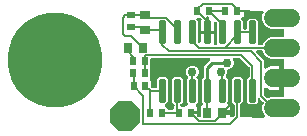
<source format=gbr>
G04 EAGLE Gerber RS-274X export*
G75*
%MOMM*%
%FSLAX34Y34*%
%LPD*%
%INTop Copper*%
%IPPOS*%
%AMOC8*
5,1,8,0,0,1.08239X$1,22.5*%
G01*
%ADD10C,0.300000*%
%ADD11R,0.600000X0.700000*%
%ADD12R,0.700000X0.600000*%
%ADD13R,0.700000X0.900000*%
%ADD14R,0.900000X0.700000*%
%ADD15C,1.524000*%
%ADD16P,2.763017X8X112.500000*%
%ADD17C,8.000000*%
%ADD18C,0.152400*%
%ADD19C,0.756400*%
%ADD20C,0.254000*%

G36*
X260370Y206874D02*
X260370Y206874D01*
X260493Y206882D01*
X260528Y206893D01*
X260564Y206897D01*
X260679Y206942D01*
X260795Y206980D01*
X260826Y206999D01*
X260861Y207013D01*
X260960Y207084D01*
X261064Y207150D01*
X261089Y207177D01*
X261119Y207198D01*
X261198Y207292D01*
X261282Y207382D01*
X261300Y207414D01*
X261323Y207442D01*
X261376Y207553D01*
X261436Y207660D01*
X261445Y207696D01*
X261461Y207729D01*
X261484Y207849D01*
X261515Y207968D01*
X261518Y208022D01*
X261522Y208041D01*
X261521Y208062D01*
X261525Y208129D01*
X261525Y215952D01*
X262699Y217125D01*
X262752Y217161D01*
X262766Y217177D01*
X262782Y217188D01*
X262871Y217296D01*
X262963Y217400D01*
X262972Y217418D01*
X262985Y217433D01*
X263044Y217559D01*
X263107Y217683D01*
X263112Y217703D01*
X263120Y217721D01*
X263146Y217858D01*
X263177Y217993D01*
X263176Y218014D01*
X263180Y218033D01*
X263172Y218172D01*
X263167Y218311D01*
X263162Y218331D01*
X263160Y218351D01*
X263118Y218483D01*
X263079Y218617D01*
X263069Y218634D01*
X263062Y218653D01*
X262988Y218771D01*
X262917Y218891D01*
X262899Y218912D01*
X262892Y218922D01*
X262877Y218936D01*
X262811Y219011D01*
X262175Y219647D01*
X262175Y238853D01*
X263534Y240211D01*
X263594Y240289D01*
X263662Y240362D01*
X263691Y240415D01*
X263728Y240462D01*
X263768Y240553D01*
X263816Y240640D01*
X263831Y240699D01*
X263855Y240754D01*
X263870Y240852D01*
X263895Y240948D01*
X263901Y241048D01*
X263905Y241068D01*
X263903Y241081D01*
X263905Y241109D01*
X263905Y250078D01*
X268962Y255135D01*
X269047Y255244D01*
X269136Y255351D01*
X269145Y255370D01*
X269157Y255386D01*
X269213Y255514D01*
X269272Y255639D01*
X269275Y255659D01*
X269283Y255678D01*
X269305Y255816D01*
X269331Y255952D01*
X269330Y255972D01*
X269333Y255992D01*
X269320Y256131D01*
X269312Y256269D01*
X269305Y256288D01*
X269304Y256308D01*
X269256Y256440D01*
X269214Y256571D01*
X269203Y256589D01*
X269196Y256608D01*
X269118Y256723D01*
X269043Y256840D01*
X269029Y256854D01*
X269017Y256871D01*
X268913Y256963D01*
X268812Y257058D01*
X268794Y257068D01*
X268779Y257081D01*
X268655Y257145D01*
X268533Y257212D01*
X268514Y257217D01*
X268496Y257226D01*
X268360Y257256D01*
X268225Y257291D01*
X268197Y257293D01*
X268185Y257296D01*
X268165Y257295D01*
X268065Y257301D01*
X219836Y257301D01*
X219718Y257286D01*
X219599Y257279D01*
X219561Y257266D01*
X219520Y257261D01*
X219410Y257218D01*
X219297Y257181D01*
X219262Y257159D01*
X219225Y257144D01*
X219129Y257075D01*
X219028Y257011D01*
X219000Y256981D01*
X218967Y256958D01*
X218891Y256866D01*
X218810Y256779D01*
X218790Y256744D01*
X218765Y256713D01*
X218714Y256605D01*
X218656Y256501D01*
X218646Y256461D01*
X218629Y256425D01*
X218607Y256308D01*
X218577Y256193D01*
X218573Y256133D01*
X218569Y256113D01*
X218571Y256092D01*
X218567Y256032D01*
X218567Y250376D01*
X218389Y250199D01*
X218316Y250104D01*
X218237Y250015D01*
X218219Y249979D01*
X218194Y249947D01*
X218147Y249838D01*
X218092Y249732D01*
X218084Y249693D01*
X218068Y249655D01*
X218049Y249538D01*
X218023Y249422D01*
X218024Y249381D01*
X218018Y249341D01*
X218029Y249223D01*
X218032Y249104D01*
X218044Y249065D01*
X218047Y249025D01*
X218088Y248913D01*
X218121Y248798D01*
X218141Y248763D01*
X218155Y248725D01*
X218222Y248627D01*
X218282Y248524D01*
X218322Y248479D01*
X218334Y248462D01*
X218349Y248449D01*
X218389Y248404D01*
X218567Y248226D01*
X218567Y239962D01*
X218389Y239784D01*
X218316Y239690D01*
X218237Y239601D01*
X218219Y239565D01*
X218194Y239533D01*
X218146Y239424D01*
X218092Y239318D01*
X218084Y239279D01*
X218068Y239241D01*
X218049Y239124D01*
X218023Y239008D01*
X218024Y238967D01*
X218018Y238927D01*
X218029Y238809D01*
X218032Y238690D01*
X218044Y238651D01*
X218047Y238611D01*
X218088Y238499D01*
X218121Y238384D01*
X218141Y238349D01*
X218155Y238311D01*
X218222Y238213D01*
X218282Y238110D01*
X218322Y238065D01*
X218334Y238048D01*
X218349Y238035D01*
X218389Y237989D01*
X218821Y237558D01*
X218821Y232806D01*
X218836Y232688D01*
X218843Y232569D01*
X218856Y232531D01*
X218861Y232490D01*
X218904Y232380D01*
X218941Y232267D01*
X218963Y232232D01*
X218978Y232195D01*
X219047Y232099D01*
X219111Y231998D01*
X219141Y231970D01*
X219164Y231937D01*
X219256Y231861D01*
X219343Y231780D01*
X219378Y231760D01*
X219409Y231735D01*
X219517Y231684D01*
X219621Y231626D01*
X219661Y231616D01*
X219697Y231599D01*
X219814Y231577D01*
X219929Y231547D01*
X219989Y231543D01*
X220009Y231539D01*
X220030Y231541D01*
X220090Y231537D01*
X222806Y231537D01*
X222924Y231552D01*
X223043Y231559D01*
X223081Y231572D01*
X223122Y231577D01*
X223232Y231620D01*
X223345Y231657D01*
X223380Y231679D01*
X223417Y231694D01*
X223513Y231763D01*
X223614Y231827D01*
X223642Y231857D01*
X223675Y231880D01*
X223751Y231972D01*
X223832Y232059D01*
X223852Y232094D01*
X223877Y232125D01*
X223928Y232233D01*
X223986Y232337D01*
X223996Y232377D01*
X224013Y232413D01*
X224035Y232530D01*
X224065Y232645D01*
X224069Y232705D01*
X224073Y232725D01*
X224071Y232746D01*
X224075Y232806D01*
X224075Y238853D01*
X225847Y240625D01*
X231353Y240625D01*
X233125Y238853D01*
X233125Y219647D01*
X231235Y217757D01*
X231150Y217648D01*
X231061Y217541D01*
X231053Y217522D01*
X231040Y217506D01*
X230985Y217378D01*
X230926Y217253D01*
X230922Y217233D01*
X230914Y217214D01*
X230892Y217076D01*
X230866Y216940D01*
X230867Y216920D01*
X230864Y216900D01*
X230877Y216761D01*
X230886Y216623D01*
X230892Y216604D01*
X230894Y216584D01*
X230941Y216452D01*
X230984Y216321D01*
X230994Y216303D01*
X231001Y216284D01*
X231080Y216169D01*
X231154Y216052D01*
X231169Y216038D01*
X231180Y216021D01*
X231284Y215929D01*
X231385Y215834D01*
X231403Y215824D01*
X231418Y215811D01*
X231542Y215747D01*
X231664Y215680D01*
X231684Y215675D01*
X231702Y215666D01*
X231837Y215636D01*
X231858Y215630D01*
X232791Y214698D01*
X232791Y214376D01*
X232806Y214258D01*
X232813Y214139D01*
X232826Y214101D01*
X232831Y214060D01*
X232874Y213950D01*
X232911Y213837D01*
X232933Y213802D01*
X232948Y213765D01*
X233017Y213669D01*
X233081Y213568D01*
X233111Y213540D01*
X233134Y213507D01*
X233226Y213431D01*
X233313Y213350D01*
X233348Y213330D01*
X233379Y213305D01*
X233487Y213254D01*
X233591Y213196D01*
X233631Y213186D01*
X233667Y213169D01*
X233784Y213147D01*
X233899Y213117D01*
X233959Y213113D01*
X233979Y213109D01*
X234000Y213111D01*
X234060Y213107D01*
X236856Y213107D01*
X236974Y213122D01*
X237093Y213129D01*
X237131Y213142D01*
X237172Y213147D01*
X237282Y213190D01*
X237395Y213227D01*
X237430Y213249D01*
X237467Y213264D01*
X237563Y213333D01*
X237664Y213397D01*
X237692Y213427D01*
X237725Y213450D01*
X237801Y213542D01*
X237882Y213629D01*
X237902Y213664D01*
X237927Y213695D01*
X237978Y213803D01*
X238036Y213907D01*
X238046Y213947D01*
X238063Y213983D01*
X238085Y214100D01*
X238115Y214215D01*
X238119Y214275D01*
X238123Y214295D01*
X238121Y214316D01*
X238125Y214376D01*
X238125Y214952D01*
X238642Y215468D01*
X238702Y215546D01*
X238770Y215618D01*
X238799Y215671D01*
X238836Y215719D01*
X238876Y215810D01*
X238924Y215897D01*
X238939Y215955D01*
X238963Y216011D01*
X238978Y216109D01*
X239003Y216205D01*
X239009Y216305D01*
X239013Y216325D01*
X239011Y216337D01*
X239013Y216365D01*
X239013Y216883D01*
X239001Y216982D01*
X238998Y217081D01*
X238981Y217139D01*
X238973Y217199D01*
X238937Y217291D01*
X238909Y217386D01*
X238879Y217438D01*
X238856Y217495D01*
X238798Y217575D01*
X238748Y217660D01*
X238682Y217735D01*
X238670Y217752D01*
X238660Y217760D01*
X238642Y217781D01*
X236775Y219647D01*
X236775Y238853D01*
X238547Y240625D01*
X244053Y240625D01*
X245825Y238853D01*
X245825Y219647D01*
X244189Y218011D01*
X244103Y217901D01*
X244015Y217795D01*
X244007Y217776D01*
X243994Y217760D01*
X243939Y217632D01*
X243880Y217507D01*
X243876Y217487D01*
X243868Y217468D01*
X243846Y217330D01*
X243820Y217194D01*
X243821Y217174D01*
X243818Y217154D01*
X243831Y217014D01*
X243840Y216877D01*
X243846Y216858D01*
X243848Y216838D01*
X243895Y216706D01*
X243938Y216575D01*
X243948Y216557D01*
X243955Y216538D01*
X244033Y216423D01*
X244108Y216306D01*
X244123Y216292D01*
X244134Y216275D01*
X244238Y216183D01*
X244339Y216088D01*
X244357Y216078D01*
X244372Y216065D01*
X244496Y216001D01*
X244618Y215934D01*
X244638Y215929D01*
X244656Y215920D01*
X244791Y215890D01*
X244926Y215855D01*
X244954Y215853D01*
X244966Y215850D01*
X244986Y215851D01*
X245087Y215845D01*
X246405Y215845D01*
X246501Y215796D01*
X246540Y215787D01*
X246577Y215771D01*
X246695Y215752D01*
X246811Y215726D01*
X246851Y215727D01*
X246891Y215721D01*
X247010Y215732D01*
X247129Y215736D01*
X247168Y215747D01*
X247208Y215751D01*
X247320Y215791D01*
X247434Y215824D01*
X247469Y215845D01*
X247507Y215858D01*
X247606Y215925D01*
X247708Y215986D01*
X247753Y216026D01*
X247770Y216037D01*
X247784Y216052D01*
X247829Y216092D01*
X248090Y216353D01*
X248669Y216688D01*
X249405Y216885D01*
X249474Y216891D01*
X249493Y216898D01*
X249513Y216901D01*
X249642Y216952D01*
X249773Y216999D01*
X249790Y217010D01*
X249809Y217018D01*
X249921Y217099D01*
X250036Y217177D01*
X250050Y217193D01*
X250066Y217204D01*
X250155Y217312D01*
X250247Y217416D01*
X250256Y217434D01*
X250269Y217449D01*
X250328Y217575D01*
X250391Y217699D01*
X250396Y217719D01*
X250404Y217737D01*
X250430Y217874D01*
X250461Y218009D01*
X250460Y218030D01*
X250464Y218049D01*
X250455Y218188D01*
X250451Y218327D01*
X250446Y218347D01*
X250444Y218367D01*
X250402Y218499D01*
X250363Y218633D01*
X250353Y218650D01*
X250346Y218669D01*
X250272Y218787D01*
X250201Y218907D01*
X250183Y218928D01*
X250176Y218938D01*
X250161Y218952D01*
X250095Y219027D01*
X249475Y219647D01*
X249475Y238853D01*
X250216Y239594D01*
X250289Y239688D01*
X250368Y239777D01*
X250386Y239813D01*
X250411Y239845D01*
X250458Y239954D01*
X250513Y240060D01*
X250521Y240100D01*
X250538Y240137D01*
X250556Y240255D01*
X250582Y240371D01*
X250581Y240411D01*
X250587Y240451D01*
X250576Y240570D01*
X250573Y240689D01*
X250561Y240727D01*
X250558Y240768D01*
X250517Y240880D01*
X250484Y240994D01*
X250464Y241029D01*
X250450Y241067D01*
X250383Y241165D01*
X250323Y241268D01*
X250283Y241313D01*
X250271Y241330D01*
X250256Y241344D01*
X250216Y241389D01*
X249501Y242104D01*
X248693Y244054D01*
X248693Y246166D01*
X249501Y248116D01*
X250994Y249609D01*
X252944Y250417D01*
X255056Y250417D01*
X257006Y249609D01*
X258499Y248116D01*
X259307Y246166D01*
X259307Y244054D01*
X258499Y242104D01*
X257784Y241389D01*
X257711Y241295D01*
X257632Y241206D01*
X257614Y241170D01*
X257589Y241138D01*
X257541Y241028D01*
X257487Y240922D01*
X257479Y240883D01*
X257462Y240846D01*
X257444Y240728D01*
X257418Y240612D01*
X257419Y240572D01*
X257413Y240532D01*
X257424Y240413D01*
X257427Y240294D01*
X257439Y240255D01*
X257442Y240215D01*
X257483Y240103D01*
X257516Y239989D01*
X257536Y239954D01*
X257550Y239916D01*
X257617Y239817D01*
X257677Y239715D01*
X257717Y239669D01*
X257729Y239653D01*
X257744Y239639D01*
X257784Y239594D01*
X258525Y238853D01*
X258525Y219647D01*
X257118Y218240D01*
X257045Y218146D01*
X256966Y218057D01*
X256948Y218021D01*
X256923Y217989D01*
X256876Y217880D01*
X256822Y217774D01*
X256813Y217734D01*
X256797Y217697D01*
X256778Y217579D01*
X256752Y217463D01*
X256753Y217423D01*
X256747Y217383D01*
X256758Y217264D01*
X256762Y217146D01*
X256773Y217107D01*
X256777Y217066D01*
X256817Y216954D01*
X256850Y216840D01*
X256870Y216805D01*
X256884Y216767D01*
X256951Y216669D01*
X257011Y216566D01*
X257051Y216521D01*
X257063Y216504D01*
X257078Y216491D01*
X257118Y216445D01*
X257683Y215880D01*
X258018Y215301D01*
X258191Y214654D01*
X258191Y212319D01*
X252880Y212319D01*
X252762Y212304D01*
X252643Y212297D01*
X252605Y212284D01*
X252565Y212279D01*
X252454Y212236D01*
X252341Y212199D01*
X252307Y212177D01*
X252269Y212162D01*
X252173Y212093D01*
X252072Y212029D01*
X252044Y211999D01*
X252012Y211976D01*
X251936Y211884D01*
X251854Y211797D01*
X251835Y211762D01*
X251809Y211731D01*
X251758Y211623D01*
X251701Y211519D01*
X251691Y211479D01*
X251673Y211443D01*
X251651Y211326D01*
X251621Y211211D01*
X251617Y211151D01*
X251614Y211131D01*
X251615Y211110D01*
X251611Y211050D01*
X251611Y210590D01*
X251626Y210472D01*
X251633Y210353D01*
X251646Y210315D01*
X251651Y210274D01*
X251695Y210164D01*
X251731Y210051D01*
X251753Y210016D01*
X251768Y209979D01*
X251838Y209882D01*
X251901Y209782D01*
X251931Y209754D01*
X251955Y209721D01*
X252046Y209645D01*
X252133Y209564D01*
X252168Y209544D01*
X252200Y209519D01*
X252307Y209468D01*
X252412Y209410D01*
X252451Y209400D01*
X252487Y209383D01*
X252604Y209361D01*
X252720Y209331D01*
X252780Y209327D01*
X252800Y209323D01*
X252820Y209325D01*
X252880Y209321D01*
X258191Y209321D01*
X258191Y208133D01*
X258205Y208019D01*
X258212Y207904D01*
X258225Y207862D01*
X258231Y207818D01*
X258273Y207711D01*
X258308Y207601D01*
X258331Y207563D01*
X258348Y207522D01*
X258415Y207429D01*
X258477Y207331D01*
X258509Y207301D01*
X258534Y207265D01*
X258623Y207191D01*
X258707Y207112D01*
X258745Y207090D01*
X258779Y207062D01*
X258884Y207013D01*
X258984Y206957D01*
X259027Y206945D01*
X259067Y206926D01*
X259180Y206905D01*
X259292Y206875D01*
X259359Y206871D01*
X259379Y206867D01*
X259399Y206868D01*
X259453Y206864D01*
X260249Y206859D01*
X260370Y206874D01*
G37*
G36*
X314805Y206559D02*
X314805Y206559D01*
X314948Y206572D01*
X314963Y206578D01*
X314980Y206580D01*
X315113Y206631D01*
X315247Y206680D01*
X315261Y206689D01*
X315276Y206695D01*
X315392Y206778D01*
X315510Y206858D01*
X315521Y206871D01*
X315535Y206880D01*
X315626Y206990D01*
X315721Y207097D01*
X315728Y207112D01*
X315739Y207124D01*
X315800Y207253D01*
X315865Y207380D01*
X315869Y207396D01*
X315876Y207411D01*
X315904Y207551D01*
X315935Y207690D01*
X315934Y207707D01*
X315938Y207723D01*
X315930Y207865D01*
X315925Y208008D01*
X315921Y208024D01*
X315920Y208041D01*
X315877Y208176D01*
X315837Y208314D01*
X315828Y208328D01*
X315824Y208344D01*
X315748Y208464D01*
X315675Y208588D01*
X315660Y208605D01*
X315655Y208613D01*
X315641Y208626D01*
X315569Y208708D01*
X314827Y209450D01*
X313435Y212811D01*
X313435Y216449D01*
X314309Y218559D01*
X314317Y218587D01*
X314330Y218614D01*
X314359Y218740D01*
X314393Y218866D01*
X314394Y218895D01*
X314400Y218924D01*
X314396Y219054D01*
X314398Y219184D01*
X314391Y219212D01*
X314390Y219242D01*
X314354Y219366D01*
X314324Y219493D01*
X314310Y219519D01*
X314302Y219547D01*
X314236Y219659D01*
X314175Y219774D01*
X314155Y219796D01*
X314140Y219821D01*
X314034Y219942D01*
X311491Y222485D01*
X311382Y222570D01*
X311275Y222658D01*
X311256Y222667D01*
X311240Y222680D01*
X311112Y222735D01*
X310987Y222794D01*
X310967Y222798D01*
X310948Y222806D01*
X310810Y222828D01*
X310674Y222854D01*
X310654Y222853D01*
X310634Y222856D01*
X310495Y222843D01*
X310357Y222834D01*
X310338Y222828D01*
X310318Y222826D01*
X310186Y222779D01*
X310055Y222736D01*
X310037Y222725D01*
X310018Y222718D01*
X309903Y222640D01*
X309786Y222566D01*
X309772Y222551D01*
X309755Y222540D01*
X309663Y222435D01*
X309568Y222334D01*
X309558Y222317D01*
X309545Y222301D01*
X309481Y222177D01*
X309414Y222056D01*
X309409Y222036D01*
X309400Y222018D01*
X309370Y221882D01*
X309335Y221748D01*
X309333Y221720D01*
X309330Y221708D01*
X309331Y221687D01*
X309325Y221587D01*
X309325Y219647D01*
X307553Y217875D01*
X302047Y217875D01*
X300275Y219647D01*
X300275Y238853D01*
X302142Y240719D01*
X302202Y240797D01*
X302270Y240869D01*
X302299Y240922D01*
X302336Y240970D01*
X302376Y241061D01*
X302424Y241148D01*
X302439Y241207D01*
X302463Y241262D01*
X302478Y241360D01*
X302503Y241456D01*
X302509Y241556D01*
X302513Y241576D01*
X302511Y241589D01*
X302513Y241617D01*
X302513Y248717D01*
X302501Y248815D01*
X302498Y248914D01*
X302481Y248972D01*
X302473Y249033D01*
X302437Y249125D01*
X302409Y249220D01*
X302379Y249272D01*
X302356Y249328D01*
X302298Y249408D01*
X302248Y249494D01*
X302182Y249569D01*
X302170Y249586D01*
X302160Y249593D01*
X302142Y249615D01*
X294827Y256930D01*
X294748Y256990D01*
X294676Y257058D01*
X294623Y257087D01*
X294575Y257124D01*
X294484Y257164D01*
X294398Y257212D01*
X294339Y257227D01*
X294283Y257251D01*
X294185Y257266D01*
X294090Y257291D01*
X293990Y257297D01*
X293969Y257301D01*
X293957Y257299D01*
X293929Y257301D01*
X289535Y257301D01*
X289486Y257295D01*
X289436Y257297D01*
X289329Y257275D01*
X289220Y257261D01*
X289173Y257243D01*
X289125Y257233D01*
X289026Y257185D01*
X288924Y257144D01*
X288884Y257115D01*
X288839Y257093D01*
X288756Y257022D01*
X288667Y256958D01*
X288635Y256919D01*
X288597Y256887D01*
X288534Y256797D01*
X288464Y256713D01*
X288443Y256668D01*
X288414Y256627D01*
X288375Y256524D01*
X288328Y256425D01*
X288319Y256376D01*
X288301Y256330D01*
X288289Y256220D01*
X288268Y256113D01*
X288272Y256063D01*
X288266Y256014D01*
X288281Y255905D01*
X288288Y255795D01*
X288304Y255748D01*
X288310Y255699D01*
X288363Y255546D01*
X288998Y254012D01*
X288998Y251900D01*
X288190Y249950D01*
X286698Y248457D01*
X284747Y247649D01*
X284706Y247649D01*
X284588Y247634D01*
X284469Y247627D01*
X284431Y247614D01*
X284390Y247609D01*
X284280Y247566D01*
X284167Y247529D01*
X284132Y247507D01*
X284095Y247492D01*
X283999Y247423D01*
X283898Y247359D01*
X283870Y247329D01*
X283837Y247306D01*
X283761Y247214D01*
X283680Y247127D01*
X283660Y247092D01*
X283635Y247061D01*
X283584Y246953D01*
X283526Y246849D01*
X283516Y246809D01*
X283499Y246773D01*
X283477Y246656D01*
X283447Y246541D01*
X283443Y246481D01*
X283439Y246461D01*
X283441Y246440D01*
X283437Y246380D01*
X283437Y244054D01*
X282629Y242104D01*
X282549Y242024D01*
X282476Y241930D01*
X282397Y241841D01*
X282379Y241805D01*
X282354Y241773D01*
X282306Y241663D01*
X282252Y241557D01*
X282244Y241518D01*
X282227Y241481D01*
X282209Y241363D01*
X282183Y241247D01*
X282184Y241207D01*
X282178Y241167D01*
X282189Y241048D01*
X282192Y240929D01*
X282204Y240890D01*
X282207Y240850D01*
X282248Y240738D01*
X282281Y240624D01*
X282301Y240589D01*
X282315Y240551D01*
X282382Y240452D01*
X282442Y240350D01*
X282482Y240305D01*
X282494Y240288D01*
X282509Y240274D01*
X282549Y240229D01*
X283925Y238853D01*
X283925Y219647D01*
X283891Y219613D01*
X283814Y219514D01*
X283732Y219419D01*
X283717Y219389D01*
X283696Y219362D01*
X283646Y219247D01*
X283590Y219134D01*
X283583Y219101D01*
X283570Y219070D01*
X283550Y218946D01*
X283524Y218823D01*
X283525Y218789D01*
X283520Y218756D01*
X283532Y218631D01*
X283537Y218505D01*
X283546Y218473D01*
X283550Y218439D01*
X283592Y218321D01*
X283628Y218201D01*
X283646Y218172D01*
X283657Y218140D01*
X283728Y218036D01*
X283793Y217928D01*
X283817Y217905D01*
X283836Y217877D01*
X283930Y217794D01*
X284020Y217706D01*
X284060Y217679D01*
X284074Y217667D01*
X284093Y217657D01*
X284154Y217617D01*
X284610Y217353D01*
X285083Y216880D01*
X285418Y216301D01*
X285591Y215654D01*
X285591Y212569D01*
X280030Y212569D01*
X279912Y212554D01*
X279793Y212547D01*
X279755Y212534D01*
X279715Y212529D01*
X279604Y212486D01*
X279491Y212449D01*
X279457Y212427D01*
X279419Y212412D01*
X279323Y212343D01*
X279222Y212279D01*
X279194Y212249D01*
X279162Y212226D01*
X279086Y212134D01*
X279004Y212047D01*
X278985Y212012D01*
X278959Y211981D01*
X278908Y211873D01*
X278851Y211769D01*
X278841Y211729D01*
X278823Y211693D01*
X278801Y211576D01*
X278795Y211574D01*
X278754Y211569D01*
X278644Y211525D01*
X278531Y211489D01*
X278496Y211467D01*
X278459Y211452D01*
X278362Y211382D01*
X278262Y211319D01*
X278234Y211289D01*
X278201Y211265D01*
X278125Y211174D01*
X278044Y211087D01*
X278024Y211052D01*
X277999Y211020D01*
X277948Y210913D01*
X277890Y210808D01*
X277880Y210769D01*
X277863Y210733D01*
X277841Y210616D01*
X277811Y210500D01*
X277807Y210440D01*
X277803Y210420D01*
X277805Y210400D01*
X277801Y210340D01*
X277801Y208019D01*
X277815Y207905D01*
X277822Y207789D01*
X277835Y207747D01*
X277841Y207703D01*
X277883Y207596D01*
X277918Y207486D01*
X277941Y207449D01*
X277958Y207408D01*
X278025Y207314D01*
X278087Y207216D01*
X278118Y207186D01*
X278144Y207150D01*
X278233Y207077D01*
X278317Y206997D01*
X278355Y206976D01*
X278389Y206947D01*
X278494Y206898D01*
X278594Y206842D01*
X278637Y206831D01*
X278677Y206812D01*
X278790Y206790D01*
X278902Y206761D01*
X278969Y206756D01*
X278989Y206752D01*
X279009Y206753D01*
X279063Y206750D01*
X280023Y206744D01*
X280144Y206759D01*
X280267Y206766D01*
X280302Y206778D01*
X280338Y206782D01*
X280453Y206827D01*
X280569Y206864D01*
X280600Y206884D01*
X280635Y206897D01*
X280735Y206969D01*
X280838Y207034D01*
X280863Y207061D01*
X280893Y207083D01*
X280972Y207177D01*
X281056Y207266D01*
X281074Y207298D01*
X281097Y207326D01*
X281150Y207437D01*
X281210Y207545D01*
X281219Y207580D01*
X281235Y207613D01*
X281258Y207734D01*
X281289Y207853D01*
X281292Y207906D01*
X281296Y207925D01*
X281295Y207947D01*
X281299Y208013D01*
X281299Y209071D01*
X285591Y209071D01*
X285591Y207973D01*
X285605Y207859D01*
X285612Y207744D01*
X285625Y207702D01*
X285631Y207658D01*
X285673Y207551D01*
X285708Y207441D01*
X285731Y207403D01*
X285748Y207362D01*
X285815Y207269D01*
X285877Y207171D01*
X285909Y207141D01*
X285934Y207105D01*
X286023Y207031D01*
X286107Y206952D01*
X286145Y206930D01*
X286179Y206902D01*
X286284Y206853D01*
X286384Y206797D01*
X286427Y206785D01*
X286467Y206766D01*
X286580Y206745D01*
X286692Y206715D01*
X286759Y206711D01*
X286779Y206707D01*
X286799Y206708D01*
X286853Y206704D01*
X288020Y206697D01*
X288122Y206710D01*
X288225Y206713D01*
X288280Y206729D01*
X288336Y206735D01*
X288432Y206773D01*
X288530Y206801D01*
X288579Y206830D01*
X288632Y206851D01*
X288716Y206910D01*
X288804Y206963D01*
X288873Y207024D01*
X288891Y207036D01*
X288900Y207047D01*
X288925Y207069D01*
X289442Y207585D01*
X289502Y207664D01*
X289570Y207736D01*
X289599Y207789D01*
X289636Y207837D01*
X289676Y207928D01*
X289724Y208014D01*
X289739Y208073D01*
X289763Y208129D01*
X289778Y208226D01*
X289803Y208322D01*
X289809Y208422D01*
X289813Y208443D01*
X289811Y208455D01*
X289813Y208483D01*
X289813Y216883D01*
X289801Y216982D01*
X289798Y217081D01*
X289781Y217139D01*
X289773Y217199D01*
X289737Y217291D01*
X289709Y217386D01*
X289679Y217438D01*
X289656Y217495D01*
X289598Y217575D01*
X289548Y217660D01*
X289482Y217735D01*
X289470Y217752D01*
X289460Y217760D01*
X289442Y217781D01*
X287575Y219647D01*
X287575Y238853D01*
X289347Y240625D01*
X294853Y240625D01*
X296625Y238853D01*
X296625Y219647D01*
X294758Y217781D01*
X294698Y217703D01*
X294630Y217630D01*
X294601Y217577D01*
X294564Y217530D01*
X294524Y217439D01*
X294476Y217352D01*
X294461Y217293D01*
X294437Y217238D01*
X294422Y217140D01*
X294397Y217044D01*
X294391Y216944D01*
X294387Y216924D01*
X294389Y216911D01*
X294387Y216883D01*
X294387Y207922D01*
X294401Y207808D01*
X294408Y207692D01*
X294421Y207650D01*
X294427Y207606D01*
X294469Y207499D01*
X294504Y207389D01*
X294527Y207352D01*
X294544Y207311D01*
X294611Y207217D01*
X294673Y207120D01*
X294704Y207089D01*
X294730Y207053D01*
X294819Y206980D01*
X294903Y206900D01*
X294941Y206879D01*
X294975Y206851D01*
X295080Y206802D01*
X295180Y206745D01*
X295223Y206734D01*
X295263Y206715D01*
X295376Y206693D01*
X295488Y206664D01*
X295555Y206659D01*
X295575Y206655D01*
X295595Y206656D01*
X295649Y206653D01*
X314664Y206542D01*
X314805Y206559D01*
G37*
G36*
X312915Y267974D02*
X312915Y267974D01*
X312945Y267972D01*
X313073Y267994D01*
X313202Y268011D01*
X313229Y268021D01*
X313258Y268026D01*
X313377Y268080D01*
X313497Y268128D01*
X313521Y268145D01*
X313548Y268157D01*
X313650Y268238D01*
X313755Y268314D01*
X313774Y268337D01*
X313797Y268356D01*
X313875Y268459D01*
X313958Y268559D01*
X313970Y268586D01*
X313988Y268610D01*
X314059Y268754D01*
X314827Y270610D01*
X317400Y273183D01*
X320761Y274575D01*
X330708Y274575D01*
X330826Y274590D01*
X330945Y274597D01*
X330983Y274610D01*
X331024Y274615D01*
X331134Y274658D01*
X331247Y274695D01*
X331282Y274717D01*
X331319Y274732D01*
X331415Y274801D01*
X331516Y274865D01*
X331544Y274895D01*
X331577Y274918D01*
X331653Y275010D01*
X331734Y275097D01*
X331754Y275132D01*
X331779Y275163D01*
X331830Y275271D01*
X331888Y275375D01*
X331898Y275415D01*
X331915Y275451D01*
X331937Y275568D01*
X331967Y275683D01*
X331971Y275743D01*
X331975Y275763D01*
X331973Y275784D01*
X331977Y275844D01*
X331977Y280416D01*
X331962Y280534D01*
X331955Y280653D01*
X331942Y280691D01*
X331937Y280732D01*
X331894Y280842D01*
X331857Y280955D01*
X331835Y280990D01*
X331820Y281027D01*
X331751Y281123D01*
X331687Y281224D01*
X331657Y281252D01*
X331634Y281285D01*
X331542Y281361D01*
X331455Y281442D01*
X331420Y281462D01*
X331389Y281487D01*
X331281Y281538D01*
X331177Y281596D01*
X331137Y281606D01*
X331101Y281623D01*
X330984Y281645D01*
X330869Y281675D01*
X330809Y281679D01*
X330789Y281683D01*
X330768Y281681D01*
X330708Y281685D01*
X320761Y281685D01*
X317400Y283077D01*
X314827Y285650D01*
X313435Y289011D01*
X313435Y292649D01*
X314283Y294695D01*
X314295Y294739D01*
X314315Y294781D01*
X314337Y294892D01*
X314367Y295002D01*
X314367Y295048D01*
X314376Y295093D01*
X314370Y295206D01*
X314372Y295320D01*
X314361Y295364D01*
X314358Y295410D01*
X314324Y295518D01*
X314298Y295629D01*
X314276Y295670D01*
X314262Y295713D01*
X314202Y295810D01*
X314149Y295910D01*
X314118Y295944D01*
X314093Y295983D01*
X314011Y296061D01*
X313935Y296145D01*
X313896Y296171D01*
X313863Y296202D01*
X313764Y296258D01*
X313669Y296320D01*
X313626Y296335D01*
X313586Y296357D01*
X313476Y296386D01*
X313368Y296423D01*
X313323Y296427D01*
X313278Y296439D01*
X313117Y296450D01*
X298837Y296533D01*
X298715Y296518D01*
X298593Y296510D01*
X298558Y296499D01*
X298522Y296495D01*
X298407Y296450D01*
X298291Y296412D01*
X298260Y296393D01*
X298225Y296379D01*
X298126Y296308D01*
X298022Y296242D01*
X297997Y296215D01*
X297967Y296194D01*
X297888Y296100D01*
X297804Y296011D01*
X297786Y295978D01*
X297763Y295950D01*
X297710Y295840D01*
X297650Y295732D01*
X297641Y295696D01*
X297625Y295663D01*
X297602Y295543D01*
X297571Y295424D01*
X297568Y295370D01*
X297564Y295351D01*
X297565Y295330D01*
X297561Y295263D01*
X297561Y293346D01*
X297388Y292699D01*
X297053Y292120D01*
X296580Y291647D01*
X295953Y291285D01*
X295853Y291209D01*
X295748Y291138D01*
X295726Y291113D01*
X295699Y291092D01*
X295621Y290994D01*
X295538Y290900D01*
X295523Y290870D01*
X295502Y290843D01*
X295450Y290728D01*
X295393Y290616D01*
X295386Y290584D01*
X295372Y290553D01*
X295351Y290428D01*
X295324Y290306D01*
X295325Y290272D01*
X295319Y290239D01*
X295330Y290114D01*
X295333Y289988D01*
X295343Y289956D01*
X295346Y289922D01*
X295387Y289803D01*
X295422Y289683D01*
X295439Y289654D01*
X295450Y289622D01*
X295520Y289517D01*
X295583Y289409D01*
X295616Y289372D01*
X295626Y289357D01*
X295642Y289342D01*
X295690Y289288D01*
X296625Y288353D01*
X296625Y282306D01*
X296640Y282188D01*
X296647Y282069D01*
X296660Y282031D01*
X296665Y281990D01*
X296708Y281880D01*
X296745Y281767D01*
X296767Y281732D01*
X296782Y281695D01*
X296851Y281599D01*
X296915Y281498D01*
X296945Y281470D01*
X296968Y281437D01*
X297060Y281361D01*
X297147Y281280D01*
X297182Y281260D01*
X297213Y281235D01*
X297321Y281184D01*
X297425Y281126D01*
X297465Y281116D01*
X297501Y281099D01*
X297618Y281077D01*
X297733Y281047D01*
X297793Y281043D01*
X297813Y281039D01*
X297834Y281041D01*
X297894Y281037D01*
X299006Y281037D01*
X299124Y281052D01*
X299243Y281059D01*
X299281Y281072D01*
X299322Y281077D01*
X299432Y281120D01*
X299545Y281157D01*
X299580Y281179D01*
X299617Y281194D01*
X299713Y281263D01*
X299814Y281327D01*
X299842Y281357D01*
X299875Y281380D01*
X299951Y281472D01*
X300032Y281559D01*
X300052Y281594D01*
X300077Y281625D01*
X300128Y281733D01*
X300186Y281837D01*
X300196Y281877D01*
X300213Y281913D01*
X300235Y282030D01*
X300265Y282145D01*
X300269Y282205D01*
X300273Y282225D01*
X300271Y282246D01*
X300275Y282306D01*
X300275Y288353D01*
X302047Y290125D01*
X307553Y290125D01*
X309325Y288353D01*
X309325Y269240D01*
X309340Y269122D01*
X309347Y269003D01*
X309360Y268965D01*
X309365Y268924D01*
X309408Y268814D01*
X309445Y268701D01*
X309467Y268666D01*
X309482Y268629D01*
X309551Y268533D01*
X309615Y268432D01*
X309645Y268404D01*
X309668Y268371D01*
X309760Y268295D01*
X309847Y268214D01*
X309882Y268194D01*
X309913Y268169D01*
X310021Y268118D01*
X310125Y268060D01*
X310165Y268050D01*
X310201Y268033D01*
X310318Y268011D01*
X310433Y267981D01*
X310493Y267977D01*
X310513Y267973D01*
X310534Y267975D01*
X310594Y267971D01*
X312886Y267971D01*
X312915Y267974D01*
G37*
G36*
X330826Y240046D02*
X330826Y240046D01*
X330945Y240053D01*
X330983Y240066D01*
X331024Y240071D01*
X331134Y240115D01*
X331247Y240151D01*
X331282Y240173D01*
X331319Y240188D01*
X331415Y240258D01*
X331516Y240321D01*
X331544Y240351D01*
X331577Y240375D01*
X331653Y240466D01*
X331734Y240553D01*
X331754Y240588D01*
X331779Y240620D01*
X331830Y240727D01*
X331888Y240832D01*
X331898Y240871D01*
X331915Y240907D01*
X331937Y241024D01*
X331967Y241139D01*
X331971Y241200D01*
X331975Y241220D01*
X331973Y241240D01*
X331977Y241300D01*
X331977Y255016D01*
X331962Y255134D01*
X331955Y255253D01*
X331942Y255291D01*
X331937Y255332D01*
X331894Y255442D01*
X331857Y255555D01*
X331835Y255590D01*
X331820Y255627D01*
X331751Y255723D01*
X331687Y255824D01*
X331657Y255852D01*
X331634Y255885D01*
X331542Y255961D01*
X331455Y256042D01*
X331420Y256062D01*
X331389Y256087D01*
X331281Y256138D01*
X331177Y256196D01*
X331137Y256206D01*
X331101Y256223D01*
X330984Y256245D01*
X330869Y256275D01*
X330809Y256279D01*
X330789Y256283D01*
X330768Y256281D01*
X330708Y256285D01*
X320761Y256285D01*
X317400Y257677D01*
X314827Y260250D01*
X313848Y262614D01*
X313834Y262639D01*
X313825Y262667D01*
X313755Y262777D01*
X313691Y262890D01*
X313670Y262911D01*
X313654Y262936D01*
X313560Y263025D01*
X313470Y263118D01*
X313444Y263134D01*
X313423Y263154D01*
X313309Y263217D01*
X313198Y263285D01*
X313170Y263293D01*
X313144Y263308D01*
X313019Y263340D01*
X312894Y263378D01*
X312865Y263380D01*
X312836Y263387D01*
X312676Y263397D01*
X309321Y263397D01*
X309183Y263380D01*
X309045Y263367D01*
X309025Y263360D01*
X309005Y263357D01*
X308876Y263306D01*
X308745Y263259D01*
X308728Y263248D01*
X308710Y263240D01*
X308597Y263159D01*
X308482Y263081D01*
X308469Y263065D01*
X308452Y263054D01*
X308364Y262946D01*
X308272Y262842D01*
X308262Y262824D01*
X308250Y262809D01*
X308190Y262683D01*
X308127Y262559D01*
X308123Y262539D01*
X308114Y262521D01*
X308088Y262385D01*
X308057Y262249D01*
X308058Y262228D01*
X308054Y262209D01*
X308063Y262070D01*
X308067Y261931D01*
X308073Y261911D01*
X308074Y261891D01*
X308117Y261759D01*
X308155Y261625D01*
X308166Y261608D01*
X308172Y261589D01*
X308247Y261471D01*
X308317Y261351D01*
X308336Y261330D01*
X308342Y261320D01*
X308357Y261306D01*
X308423Y261231D01*
X312995Y256658D01*
X314707Y254947D01*
X314707Y249360D01*
X314712Y249321D01*
X314709Y249281D01*
X314732Y249163D01*
X314747Y249045D01*
X314761Y249008D01*
X314769Y248969D01*
X314820Y248860D01*
X314864Y248749D01*
X314887Y248717D01*
X314904Y248681D01*
X314980Y248588D01*
X315050Y248492D01*
X315081Y248466D01*
X315106Y248435D01*
X315203Y248365D01*
X315295Y248289D01*
X315331Y248272D01*
X315364Y248248D01*
X315475Y248204D01*
X315583Y248153D01*
X315622Y248146D01*
X315659Y248131D01*
X315778Y248116D01*
X315895Y248093D01*
X315935Y248096D01*
X315975Y248091D01*
X316093Y248106D01*
X316213Y248113D01*
X316251Y248125D01*
X316290Y248130D01*
X316402Y248174D01*
X316515Y248211D01*
X316549Y248233D01*
X316586Y248247D01*
X316722Y248333D01*
X317255Y248720D01*
X318680Y249446D01*
X320201Y249941D01*
X321780Y250191D01*
X327661Y250191D01*
X327661Y241300D01*
X327676Y241182D01*
X327683Y241063D01*
X327696Y241025D01*
X327701Y240985D01*
X327744Y240874D01*
X327781Y240761D01*
X327803Y240727D01*
X327818Y240689D01*
X327888Y240593D01*
X327951Y240492D01*
X327981Y240464D01*
X328004Y240432D01*
X328096Y240356D01*
X328183Y240274D01*
X328218Y240255D01*
X328249Y240229D01*
X328357Y240178D01*
X328461Y240121D01*
X328501Y240110D01*
X328537Y240093D01*
X328654Y240071D01*
X328769Y240041D01*
X328830Y240037D01*
X328850Y240033D01*
X328870Y240035D01*
X328930Y240031D01*
X330708Y240031D01*
X330826Y240046D01*
G37*
G36*
X273724Y267986D02*
X273724Y267986D01*
X273843Y267993D01*
X273881Y268006D01*
X273922Y268011D01*
X274032Y268054D01*
X274145Y268091D01*
X274180Y268113D01*
X274217Y268128D01*
X274313Y268197D01*
X274414Y268261D01*
X274442Y268291D01*
X274475Y268314D01*
X274551Y268406D01*
X274632Y268493D01*
X274652Y268528D01*
X274677Y268559D01*
X274728Y268667D01*
X274786Y268771D01*
X274796Y268811D01*
X274813Y268847D01*
X274835Y268964D01*
X274865Y269079D01*
X274869Y269139D01*
X274873Y269159D01*
X274871Y269180D01*
X274875Y269240D01*
X274875Y286435D01*
X274863Y286533D01*
X274860Y286632D01*
X274843Y286690D01*
X274835Y286751D01*
X274799Y286842D01*
X274772Y286938D01*
X274741Y286990D01*
X274718Y287046D01*
X274660Y287126D01*
X274610Y287212D01*
X274544Y287287D01*
X274532Y287304D01*
X274522Y287311D01*
X274504Y287332D01*
X274408Y287428D01*
X274320Y287497D01*
X274284Y287531D01*
X274265Y287541D01*
X274191Y287602D01*
X274172Y287611D01*
X274156Y287623D01*
X274029Y287679D01*
X273903Y287738D01*
X273883Y287742D01*
X273865Y287750D01*
X273727Y287772D01*
X273590Y287798D01*
X273570Y287797D01*
X273550Y287800D01*
X273412Y287787D01*
X273273Y287778D01*
X273254Y287772D01*
X273234Y287770D01*
X273103Y287723D01*
X272971Y287680D01*
X272954Y287669D01*
X272935Y287662D01*
X272819Y287584D01*
X272702Y287510D01*
X272688Y287495D01*
X272671Y287484D01*
X272579Y287380D01*
X272484Y287278D01*
X272474Y287261D01*
X272461Y287245D01*
X272398Y287121D01*
X272330Y287000D01*
X272325Y286980D01*
X272316Y286962D01*
X272286Y286826D01*
X272251Y286692D01*
X272249Y286664D01*
X272247Y286652D01*
X272247Y286632D01*
X272245Y286592D01*
X272243Y286585D01*
X272244Y286578D01*
X272241Y286531D01*
X272241Y280249D01*
X268199Y280249D01*
X268199Y290886D01*
X268184Y291004D01*
X268177Y291123D01*
X268164Y291161D01*
X268159Y291202D01*
X268116Y291312D01*
X268079Y291425D01*
X268057Y291460D01*
X268042Y291497D01*
X267973Y291593D01*
X267909Y291694D01*
X267879Y291722D01*
X267856Y291755D01*
X267764Y291831D01*
X267677Y291912D01*
X267642Y291932D01*
X267611Y291957D01*
X267503Y292008D01*
X267399Y292066D01*
X267359Y292076D01*
X267323Y292093D01*
X267206Y292115D01*
X267091Y292145D01*
X267031Y292149D01*
X267011Y292153D01*
X266990Y292151D01*
X266930Y292155D01*
X266470Y292155D01*
X266352Y292140D01*
X266233Y292133D01*
X266195Y292120D01*
X266154Y292115D01*
X266044Y292072D01*
X265931Y292035D01*
X265896Y292013D01*
X265859Y291998D01*
X265762Y291929D01*
X265662Y291865D01*
X265634Y291835D01*
X265601Y291812D01*
X265525Y291720D01*
X265444Y291633D01*
X265424Y291598D01*
X265399Y291567D01*
X265348Y291459D01*
X265290Y291355D01*
X265280Y291315D01*
X265263Y291279D01*
X265241Y291162D01*
X265211Y291047D01*
X265207Y290987D01*
X265203Y290967D01*
X265205Y290946D01*
X265201Y290886D01*
X265201Y280249D01*
X261159Y280249D01*
X261159Y287632D01*
X261435Y288660D01*
X261767Y289235D01*
X261818Y289358D01*
X261875Y289477D01*
X261880Y289504D01*
X261890Y289529D01*
X261910Y289660D01*
X261935Y289790D01*
X261933Y289816D01*
X261937Y289843D01*
X261923Y289975D01*
X261915Y290107D01*
X261906Y290133D01*
X261904Y290159D01*
X261858Y290283D01*
X261817Y290409D01*
X261802Y290432D01*
X261793Y290458D01*
X261717Y290566D01*
X261647Y290678D01*
X261627Y290697D01*
X261612Y290719D01*
X261511Y290805D01*
X261415Y290896D01*
X261391Y290909D01*
X261371Y290927D01*
X261252Y290986D01*
X261136Y291050D01*
X261110Y291056D01*
X261086Y291068D01*
X260956Y291096D01*
X260829Y291129D01*
X260790Y291131D01*
X260775Y291135D01*
X260753Y291134D01*
X260668Y291139D01*
X258803Y291139D01*
X258665Y291122D01*
X258526Y291109D01*
X258507Y291102D01*
X258487Y291099D01*
X258358Y291048D01*
X258227Y291001D01*
X258210Y290990D01*
X258191Y290982D01*
X258079Y290901D01*
X257964Y290823D01*
X257950Y290807D01*
X257934Y290796D01*
X257845Y290688D01*
X257753Y290584D01*
X257744Y290566D01*
X257731Y290551D01*
X257672Y290425D01*
X257609Y290301D01*
X257604Y290281D01*
X257596Y290263D01*
X257570Y290126D01*
X257539Y289991D01*
X257540Y289970D01*
X257536Y289951D01*
X257545Y289812D01*
X257549Y289673D01*
X257554Y289653D01*
X257556Y289633D01*
X257598Y289501D01*
X257637Y289367D01*
X257647Y289350D01*
X257654Y289331D01*
X257728Y289213D01*
X257799Y289093D01*
X257817Y289072D01*
X257824Y289062D01*
X257839Y289048D01*
X257905Y288973D01*
X258525Y288353D01*
X258525Y271015D01*
X258537Y270917D01*
X258540Y270818D01*
X258557Y270760D01*
X258565Y270699D01*
X258601Y270608D01*
X258628Y270512D01*
X258659Y270460D01*
X258682Y270404D01*
X258740Y270324D01*
X258790Y270238D01*
X258856Y270163D01*
X258868Y270146D01*
X258878Y270139D01*
X258896Y270118D01*
X258992Y270022D01*
X259102Y269936D01*
X259209Y269848D01*
X259228Y269839D01*
X259244Y269827D01*
X259371Y269771D01*
X259497Y269712D01*
X259517Y269708D01*
X259535Y269700D01*
X259673Y269678D01*
X259810Y269652D01*
X259830Y269653D01*
X259850Y269650D01*
X259988Y269663D01*
X260127Y269672D01*
X260146Y269678D01*
X260166Y269680D01*
X260297Y269727D01*
X260429Y269770D01*
X260446Y269781D01*
X260465Y269788D01*
X260581Y269866D01*
X260698Y269940D01*
X260712Y269955D01*
X260729Y269966D01*
X260821Y270070D01*
X260916Y270172D01*
X260926Y270189D01*
X260939Y270205D01*
X261002Y270329D01*
X261070Y270450D01*
X261075Y270470D01*
X261084Y270488D01*
X261114Y270624D01*
X261149Y270758D01*
X261151Y270786D01*
X261153Y270798D01*
X261153Y270818D01*
X261159Y270919D01*
X261159Y277251D01*
X266470Y277251D01*
X266588Y277266D01*
X266707Y277273D01*
X266714Y277275D01*
X266770Y277261D01*
X266830Y277257D01*
X266850Y277253D01*
X266870Y277255D01*
X266930Y277251D01*
X272241Y277251D01*
X272241Y269868D01*
X272160Y269569D01*
X272143Y269444D01*
X272120Y269320D01*
X272122Y269287D01*
X272117Y269253D01*
X272132Y269128D01*
X272140Y269003D01*
X272150Y268971D01*
X272154Y268938D01*
X272199Y268820D01*
X272238Y268701D01*
X272256Y268672D01*
X272268Y268641D01*
X272340Y268538D01*
X272408Y268432D01*
X272432Y268409D01*
X272452Y268381D01*
X272548Y268300D01*
X272639Y268214D01*
X272669Y268198D01*
X272695Y268176D01*
X272808Y268121D01*
X272918Y268060D01*
X272950Y268052D01*
X272981Y268037D01*
X273104Y268012D01*
X273226Y267981D01*
X273274Y267978D01*
X273292Y267974D01*
X273314Y267975D01*
X273386Y267971D01*
X273606Y267971D01*
X273724Y267986D01*
G37*
G36*
X318312Y222822D02*
X318312Y222822D01*
X318442Y222835D01*
X318470Y222845D01*
X318499Y222849D01*
X318651Y222901D01*
X320761Y223775D01*
X330708Y223775D01*
X330826Y223790D01*
X330945Y223797D01*
X330983Y223810D01*
X331024Y223815D01*
X331134Y223858D01*
X331247Y223895D01*
X331282Y223917D01*
X331319Y223932D01*
X331415Y224001D01*
X331516Y224065D01*
X331544Y224095D01*
X331577Y224118D01*
X331653Y224210D01*
X331734Y224297D01*
X331754Y224332D01*
X331779Y224363D01*
X331830Y224471D01*
X331888Y224575D01*
X331898Y224615D01*
X331915Y224651D01*
X331937Y224768D01*
X331967Y224883D01*
X331971Y224943D01*
X331975Y224963D01*
X331973Y224984D01*
X331977Y225044D01*
X331977Y238760D01*
X331962Y238878D01*
X331955Y238997D01*
X331942Y239035D01*
X331937Y239075D01*
X331894Y239186D01*
X331857Y239299D01*
X331835Y239333D01*
X331820Y239371D01*
X331751Y239467D01*
X331687Y239568D01*
X331657Y239596D01*
X331634Y239628D01*
X331542Y239704D01*
X331455Y239786D01*
X331420Y239805D01*
X331389Y239831D01*
X331281Y239882D01*
X331177Y239939D01*
X331137Y239950D01*
X331101Y239967D01*
X330984Y239989D01*
X330869Y240019D01*
X330809Y240023D01*
X330789Y240027D01*
X330768Y240025D01*
X330708Y240029D01*
X328930Y240029D01*
X328812Y240014D01*
X328693Y240007D01*
X328655Y239994D01*
X328614Y239989D01*
X328504Y239945D01*
X328391Y239909D01*
X328356Y239887D01*
X328319Y239872D01*
X328223Y239802D01*
X328122Y239739D01*
X328094Y239709D01*
X328061Y239685D01*
X327986Y239594D01*
X327904Y239507D01*
X327884Y239472D01*
X327859Y239440D01*
X327808Y239333D01*
X327750Y239228D01*
X327740Y239189D01*
X327723Y239153D01*
X327701Y239036D01*
X327671Y238921D01*
X327667Y238860D01*
X327663Y238840D01*
X327665Y238820D01*
X327661Y238760D01*
X327661Y229869D01*
X321780Y229869D01*
X320201Y230119D01*
X318680Y230614D01*
X317255Y231340D01*
X316782Y231683D01*
X316782Y231684D01*
X316781Y231684D01*
X316722Y231727D01*
X316687Y231746D01*
X316657Y231771D01*
X316548Y231822D01*
X316443Y231880D01*
X316405Y231890D01*
X316369Y231907D01*
X316252Y231929D01*
X316135Y231959D01*
X316095Y231959D01*
X316056Y231967D01*
X315937Y231959D01*
X315817Y231959D01*
X315779Y231949D01*
X315739Y231947D01*
X315625Y231910D01*
X315509Y231880D01*
X315474Y231861D01*
X315437Y231849D01*
X315335Y231785D01*
X315231Y231727D01*
X315202Y231700D01*
X315168Y231679D01*
X315086Y231591D01*
X314999Y231510D01*
X314977Y231476D01*
X314950Y231447D01*
X314892Y231342D01*
X314828Y231241D01*
X314816Y231203D01*
X314796Y231169D01*
X314767Y231053D01*
X314729Y230939D01*
X314727Y230899D01*
X314717Y230861D01*
X314707Y230700D01*
X314707Y226263D01*
X314719Y226165D01*
X314722Y226066D01*
X314739Y226008D01*
X314747Y225947D01*
X314783Y225855D01*
X314811Y225760D01*
X314841Y225708D01*
X314864Y225652D01*
X314922Y225572D01*
X314972Y225486D01*
X315038Y225411D01*
X315050Y225394D01*
X315060Y225387D01*
X315078Y225365D01*
X317268Y223176D01*
X317291Y223158D01*
X317310Y223135D01*
X317416Y223061D01*
X317519Y222981D01*
X317546Y222969D01*
X317571Y222952D01*
X317692Y222906D01*
X317811Y222855D01*
X317840Y222850D01*
X317868Y222840D01*
X317997Y222825D01*
X318125Y222805D01*
X318155Y222808D01*
X318184Y222804D01*
X318312Y222822D01*
G37*
D10*
X230100Y237600D02*
X230100Y220900D01*
X227100Y220900D01*
X227100Y237600D01*
X230100Y237600D01*
X230100Y223750D02*
X227100Y223750D01*
X227100Y226600D02*
X230100Y226600D01*
X230100Y229450D02*
X227100Y229450D01*
X227100Y232300D02*
X230100Y232300D01*
X230100Y235150D02*
X227100Y235150D01*
X242800Y237600D02*
X242800Y220900D01*
X239800Y220900D01*
X239800Y237600D01*
X242800Y237600D01*
X242800Y223750D02*
X239800Y223750D01*
X239800Y226600D02*
X242800Y226600D01*
X242800Y229450D02*
X239800Y229450D01*
X239800Y232300D02*
X242800Y232300D01*
X242800Y235150D02*
X239800Y235150D01*
X255500Y237600D02*
X255500Y220900D01*
X252500Y220900D01*
X252500Y237600D01*
X255500Y237600D01*
X255500Y223750D02*
X252500Y223750D01*
X252500Y226600D02*
X255500Y226600D01*
X255500Y229450D02*
X252500Y229450D01*
X252500Y232300D02*
X255500Y232300D01*
X255500Y235150D02*
X252500Y235150D01*
X268200Y237600D02*
X268200Y220900D01*
X265200Y220900D01*
X265200Y237600D01*
X268200Y237600D01*
X268200Y223750D02*
X265200Y223750D01*
X265200Y226600D02*
X268200Y226600D01*
X268200Y229450D02*
X265200Y229450D01*
X265200Y232300D02*
X268200Y232300D01*
X268200Y235150D02*
X265200Y235150D01*
X280900Y237600D02*
X280900Y220900D01*
X277900Y220900D01*
X277900Y237600D01*
X280900Y237600D01*
X280900Y223750D02*
X277900Y223750D01*
X277900Y226600D02*
X280900Y226600D01*
X280900Y229450D02*
X277900Y229450D01*
X277900Y232300D02*
X280900Y232300D01*
X280900Y235150D02*
X277900Y235150D01*
X293600Y237600D02*
X293600Y220900D01*
X290600Y220900D01*
X290600Y237600D01*
X293600Y237600D01*
X293600Y223750D02*
X290600Y223750D01*
X290600Y226600D02*
X293600Y226600D01*
X293600Y229450D02*
X290600Y229450D01*
X290600Y232300D02*
X293600Y232300D01*
X293600Y235150D02*
X290600Y235150D01*
X306300Y237600D02*
X306300Y220900D01*
X303300Y220900D01*
X303300Y237600D01*
X306300Y237600D01*
X306300Y223750D02*
X303300Y223750D01*
X303300Y226600D02*
X306300Y226600D01*
X306300Y229450D02*
X303300Y229450D01*
X303300Y232300D02*
X306300Y232300D01*
X306300Y235150D02*
X303300Y235150D01*
X306300Y270400D02*
X306300Y287100D01*
X306300Y270400D02*
X303300Y270400D01*
X303300Y287100D01*
X306300Y287100D01*
X306300Y273250D02*
X303300Y273250D01*
X303300Y276100D02*
X306300Y276100D01*
X306300Y278950D02*
X303300Y278950D01*
X303300Y281800D02*
X306300Y281800D01*
X306300Y284650D02*
X303300Y284650D01*
X293600Y287100D02*
X293600Y270400D01*
X290600Y270400D01*
X290600Y287100D01*
X293600Y287100D01*
X293600Y273250D02*
X290600Y273250D01*
X290600Y276100D02*
X293600Y276100D01*
X293600Y278950D02*
X290600Y278950D01*
X290600Y281800D02*
X293600Y281800D01*
X293600Y284650D02*
X290600Y284650D01*
X280900Y287100D02*
X280900Y270400D01*
X277900Y270400D01*
X277900Y287100D01*
X280900Y287100D01*
X280900Y273250D02*
X277900Y273250D01*
X277900Y276100D02*
X280900Y276100D01*
X280900Y278950D02*
X277900Y278950D01*
X277900Y281800D02*
X280900Y281800D01*
X280900Y284650D02*
X277900Y284650D01*
X268200Y287100D02*
X268200Y270400D01*
X265200Y270400D01*
X265200Y287100D01*
X268200Y287100D01*
X268200Y273250D02*
X265200Y273250D01*
X265200Y276100D02*
X268200Y276100D01*
X268200Y278950D02*
X265200Y278950D01*
X265200Y281800D02*
X268200Y281800D01*
X268200Y284650D02*
X265200Y284650D01*
X255500Y287100D02*
X255500Y270400D01*
X252500Y270400D01*
X252500Y287100D01*
X255500Y287100D01*
X255500Y273250D02*
X252500Y273250D01*
X252500Y276100D02*
X255500Y276100D01*
X255500Y278950D02*
X252500Y278950D01*
X252500Y281800D02*
X255500Y281800D01*
X255500Y284650D02*
X252500Y284650D01*
X242800Y287100D02*
X242800Y270400D01*
X239800Y270400D01*
X239800Y287100D01*
X242800Y287100D01*
X242800Y273250D02*
X239800Y273250D01*
X239800Y276100D02*
X242800Y276100D01*
X242800Y278950D02*
X239800Y278950D01*
X239800Y281800D02*
X242800Y281800D01*
X242800Y284650D02*
X239800Y284650D01*
X230100Y287100D02*
X230100Y270400D01*
X227100Y270400D01*
X227100Y287100D01*
X230100Y287100D01*
X230100Y273250D02*
X227100Y273250D01*
X227100Y276100D02*
X230100Y276100D01*
X230100Y278950D02*
X227100Y278950D01*
X227100Y281800D02*
X230100Y281800D01*
X230100Y284650D02*
X227100Y284650D01*
D11*
X214296Y233426D03*
X204296Y233426D03*
X252650Y210820D03*
X242650Y210820D03*
X228266Y210566D03*
X218266Y210566D03*
X204042Y244094D03*
X214042Y244094D03*
X282020Y297180D03*
X292020Y297180D03*
X257890Y297180D03*
X267890Y297180D03*
X214042Y254508D03*
X204042Y254508D03*
D12*
X202438Y293036D03*
X202438Y283036D03*
D13*
X199240Y265684D03*
X212240Y265684D03*
D14*
X213868Y293520D03*
X213868Y280520D03*
D13*
X279550Y210820D03*
X266550Y210820D03*
D15*
X322580Y290830D02*
X337820Y290830D01*
X337820Y265430D02*
X322580Y265430D01*
X322580Y240030D02*
X337820Y240030D01*
X337820Y214630D02*
X322580Y214630D01*
D16*
X197104Y207518D03*
D17*
X137414Y255524D03*
D18*
X259563Y204034D02*
X273537Y204034D01*
X252777Y210820D02*
X252650Y210820D01*
X279550Y210820D02*
X279550Y210047D01*
X273537Y204034D01*
X259563Y204034D02*
X252777Y210820D01*
X266780Y288290D02*
X257890Y297180D01*
X266780Y288290D02*
X266780Y278830D01*
X266700Y278750D01*
X292020Y297180D02*
X292020Y298648D01*
X287702Y302966D01*
X262673Y302966D02*
X257890Y298183D01*
X257890Y297180D01*
X262673Y302966D02*
X287702Y302966D01*
D19*
X288290Y244122D03*
D18*
X285900Y241732D02*
X285900Y217170D01*
X279550Y210820D01*
X285900Y241732D02*
X288290Y244122D01*
D19*
X313106Y278130D03*
D18*
X310086Y281150D01*
X310086Y288668D01*
X301882Y296873D01*
X292020Y296873D01*
X204042Y258064D02*
X204042Y254508D01*
X204042Y258064D02*
X199240Y262866D01*
X199240Y265684D01*
D19*
X254000Y245110D03*
D18*
X254000Y229250D01*
X254000Y271780D02*
X254000Y278750D01*
X254000Y271780D02*
X260096Y265684D01*
X281538Y265684D02*
X292100Y276246D01*
X292100Y278750D01*
X281538Y265684D02*
X260096Y265684D01*
X292100Y278750D02*
X304800Y278750D01*
X329946Y265684D02*
X330200Y265430D01*
X329946Y265684D02*
X281538Y265684D01*
D19*
X278130Y245110D03*
D18*
X279400Y243840D01*
X279400Y229250D01*
X292100Y229250D02*
X292100Y207010D01*
X286076Y200986D02*
X212678Y200986D01*
X212678Y225044D02*
X204296Y233426D01*
X212678Y225044D02*
X212678Y200986D01*
X286076Y200986D02*
X292100Y207010D01*
X204296Y243840D02*
X204042Y244094D01*
X204296Y243840D02*
X204296Y233426D01*
X267932Y297138D02*
X282020Y297180D01*
X267932Y297138D02*
X267890Y297180D01*
X279400Y285670D01*
X279400Y278750D01*
X213868Y280520D02*
X211352Y283036D01*
X202438Y283036D01*
X226830Y280520D02*
X228600Y278750D01*
X226830Y280520D02*
X213868Y280520D01*
X228600Y278750D02*
X228600Y267970D01*
X233934Y262636D02*
X303784Y262636D01*
X312420Y254000D01*
X312420Y224790D01*
X322580Y214630D01*
X330200Y214630D01*
X233934Y262636D02*
X228600Y267970D01*
X214042Y259588D02*
X214042Y244094D01*
X214042Y254508D01*
X214042Y259588D02*
X295402Y259588D01*
X304800Y250190D02*
X304800Y229250D01*
X304800Y250190D02*
X295402Y259588D01*
X228600Y229250D02*
X218980Y229250D01*
X218266Y228536D02*
X218266Y210566D01*
X218266Y228536D02*
X218639Y228909D01*
X218980Y229250D01*
X218639Y229083D02*
X214296Y233426D01*
X218639Y229083D02*
X218639Y228909D01*
X266550Y229100D02*
X266550Y210820D01*
X266550Y229100D02*
X266700Y229250D01*
X266982Y229532D01*
D19*
X283692Y252956D03*
D20*
X266700Y248920D02*
X266700Y229250D01*
X270736Y252956D02*
X283692Y252956D01*
X270736Y252956D02*
X266700Y248920D01*
D18*
X241300Y212170D02*
X242650Y210820D01*
X241300Y212170D02*
X241300Y229250D01*
X228266Y210820D02*
X228266Y210566D01*
X228266Y210820D02*
X242650Y210820D01*
X213384Y293036D02*
X213868Y293520D01*
X213384Y293036D02*
X202438Y293036D01*
X216502Y290886D02*
X231668Y290886D01*
X216502Y290886D02*
X213868Y293520D01*
X241300Y281254D02*
X241300Y278750D01*
X241300Y281254D02*
X231668Y290886D01*
X212240Y265684D02*
X202334Y275590D01*
X197000Y275590D01*
X195580Y277010D01*
X197358Y293036D02*
X202438Y293036D01*
X197358Y293036D02*
X195580Y291258D01*
X195580Y277010D01*
M02*

</source>
